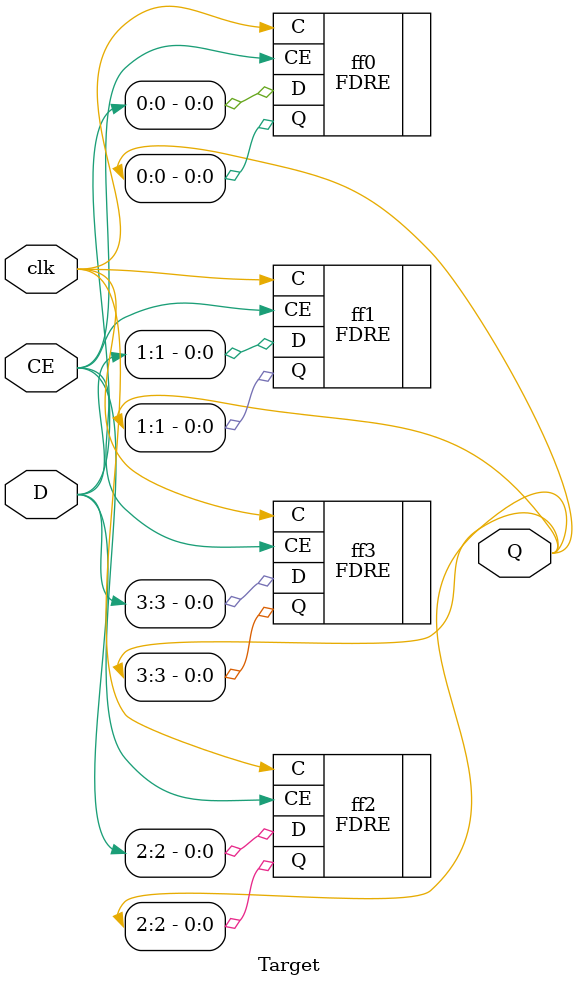
<source format=v>
`timescale 1ns / 1ps

module Target(
    input CE,
    input [3:0]D,
    input clk,
    output [3:0]Q
);

    FDRE #(.INIT(1'b0)) ff3 (.C(clk), .CE(CE), .D(D[3]), .Q(Q[3]));
    FDRE #(.INIT(1'b0)) ff2 (.C(clk), .CE(CE), .D(D[2]), .Q(Q[2]));
    FDRE #(.INIT(1'b0)) ff1 (.C(clk), .CE(CE), .D(D[1]), .Q(Q[1]));
    FDRE #(.INIT(1'b0)) ff0 (.C(clk), .CE(CE), .D(D[0]), .Q(Q[0]));
    
endmodule
</source>
